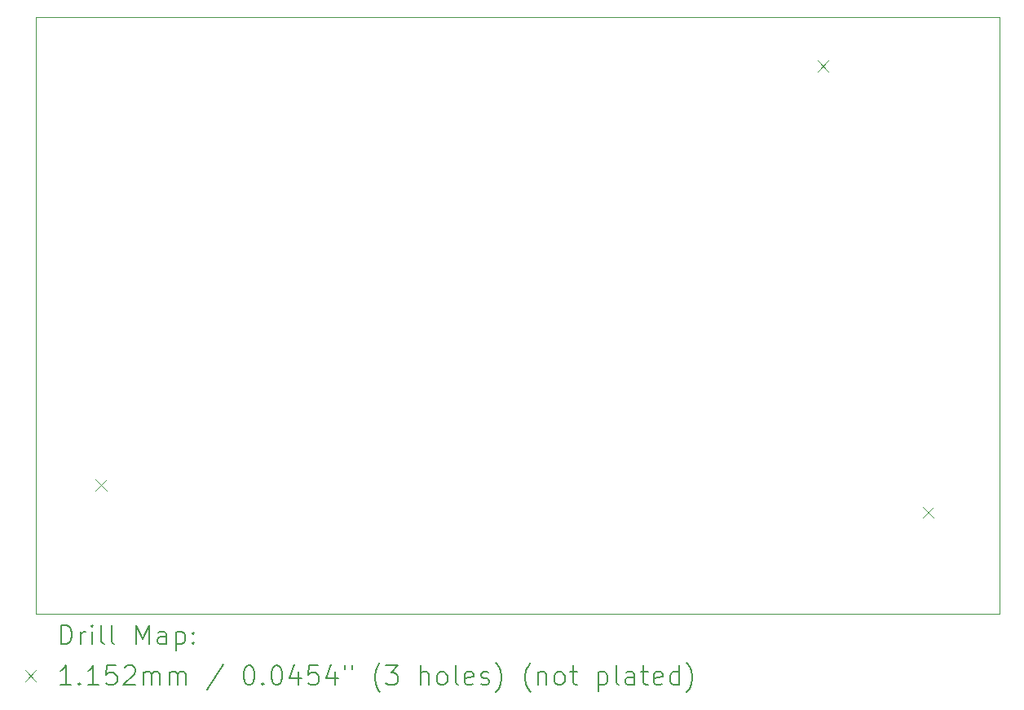
<source format=gbr>
%TF.GenerationSoftware,KiCad,Pcbnew,9.0.3-9.0.3-0~ubuntu24.04.1*%
%TF.CreationDate,2025-08-16T17:29:39+02:00*%
%TF.ProjectId,acoustic-piezodriver-board,61636f75-7374-4696-932d-7069657a6f64,rev?*%
%TF.SameCoordinates,Original*%
%TF.FileFunction,Drillmap*%
%TF.FilePolarity,Positive*%
%FSLAX45Y45*%
G04 Gerber Fmt 4.5, Leading zero omitted, Abs format (unit mm)*
G04 Created by KiCad (PCBNEW 9.0.3-9.0.3-0~ubuntu24.04.1) date 2025-08-16 17:29:39*
%MOMM*%
%LPD*%
G01*
G04 APERTURE LIST*
%ADD10C,0.050000*%
%ADD11C,0.200000*%
%ADD12C,0.115200*%
G04 APERTURE END LIST*
D10*
X4400000Y-8000000D02*
X14400000Y-8000000D01*
X14400000Y-14200000D01*
X4400000Y-14200000D01*
X4400000Y-8000000D01*
D11*
D12*
X5015400Y-12803400D02*
X5130600Y-12918600D01*
X5130600Y-12803400D02*
X5015400Y-12918600D01*
X12512400Y-8450400D02*
X12627600Y-8565600D01*
X12627600Y-8450400D02*
X12512400Y-8565600D01*
X13606400Y-13084400D02*
X13721600Y-13199600D01*
X13721600Y-13084400D02*
X13606400Y-13199600D01*
D11*
X4658277Y-14513984D02*
X4658277Y-14313984D01*
X4658277Y-14313984D02*
X4705896Y-14313984D01*
X4705896Y-14313984D02*
X4734467Y-14323508D01*
X4734467Y-14323508D02*
X4753515Y-14342555D01*
X4753515Y-14342555D02*
X4763039Y-14361603D01*
X4763039Y-14361603D02*
X4772563Y-14399698D01*
X4772563Y-14399698D02*
X4772563Y-14428269D01*
X4772563Y-14428269D02*
X4763039Y-14466365D01*
X4763039Y-14466365D02*
X4753515Y-14485412D01*
X4753515Y-14485412D02*
X4734467Y-14504460D01*
X4734467Y-14504460D02*
X4705896Y-14513984D01*
X4705896Y-14513984D02*
X4658277Y-14513984D01*
X4858277Y-14513984D02*
X4858277Y-14380650D01*
X4858277Y-14418746D02*
X4867801Y-14399698D01*
X4867801Y-14399698D02*
X4877324Y-14390174D01*
X4877324Y-14390174D02*
X4896372Y-14380650D01*
X4896372Y-14380650D02*
X4915420Y-14380650D01*
X4982086Y-14513984D02*
X4982086Y-14380650D01*
X4982086Y-14313984D02*
X4972563Y-14323508D01*
X4972563Y-14323508D02*
X4982086Y-14333031D01*
X4982086Y-14333031D02*
X4991610Y-14323508D01*
X4991610Y-14323508D02*
X4982086Y-14313984D01*
X4982086Y-14313984D02*
X4982086Y-14333031D01*
X5105896Y-14513984D02*
X5086848Y-14504460D01*
X5086848Y-14504460D02*
X5077324Y-14485412D01*
X5077324Y-14485412D02*
X5077324Y-14313984D01*
X5210658Y-14513984D02*
X5191610Y-14504460D01*
X5191610Y-14504460D02*
X5182086Y-14485412D01*
X5182086Y-14485412D02*
X5182086Y-14313984D01*
X5439229Y-14513984D02*
X5439229Y-14313984D01*
X5439229Y-14313984D02*
X5505896Y-14456841D01*
X5505896Y-14456841D02*
X5572563Y-14313984D01*
X5572563Y-14313984D02*
X5572563Y-14513984D01*
X5753515Y-14513984D02*
X5753515Y-14409222D01*
X5753515Y-14409222D02*
X5743991Y-14390174D01*
X5743991Y-14390174D02*
X5724943Y-14380650D01*
X5724943Y-14380650D02*
X5686848Y-14380650D01*
X5686848Y-14380650D02*
X5667801Y-14390174D01*
X5753515Y-14504460D02*
X5734467Y-14513984D01*
X5734467Y-14513984D02*
X5686848Y-14513984D01*
X5686848Y-14513984D02*
X5667801Y-14504460D01*
X5667801Y-14504460D02*
X5658277Y-14485412D01*
X5658277Y-14485412D02*
X5658277Y-14466365D01*
X5658277Y-14466365D02*
X5667801Y-14447317D01*
X5667801Y-14447317D02*
X5686848Y-14437793D01*
X5686848Y-14437793D02*
X5734467Y-14437793D01*
X5734467Y-14437793D02*
X5753515Y-14428269D01*
X5848753Y-14380650D02*
X5848753Y-14580650D01*
X5848753Y-14390174D02*
X5867801Y-14380650D01*
X5867801Y-14380650D02*
X5905896Y-14380650D01*
X5905896Y-14380650D02*
X5924943Y-14390174D01*
X5924943Y-14390174D02*
X5934467Y-14399698D01*
X5934467Y-14399698D02*
X5943991Y-14418746D01*
X5943991Y-14418746D02*
X5943991Y-14475888D01*
X5943991Y-14475888D02*
X5934467Y-14494936D01*
X5934467Y-14494936D02*
X5924943Y-14504460D01*
X5924943Y-14504460D02*
X5905896Y-14513984D01*
X5905896Y-14513984D02*
X5867801Y-14513984D01*
X5867801Y-14513984D02*
X5848753Y-14504460D01*
X6029705Y-14494936D02*
X6039229Y-14504460D01*
X6039229Y-14504460D02*
X6029705Y-14513984D01*
X6029705Y-14513984D02*
X6020182Y-14504460D01*
X6020182Y-14504460D02*
X6029705Y-14494936D01*
X6029705Y-14494936D02*
X6029705Y-14513984D01*
X6029705Y-14390174D02*
X6039229Y-14399698D01*
X6039229Y-14399698D02*
X6029705Y-14409222D01*
X6029705Y-14409222D02*
X6020182Y-14399698D01*
X6020182Y-14399698D02*
X6029705Y-14390174D01*
X6029705Y-14390174D02*
X6029705Y-14409222D01*
D12*
X4282300Y-14784900D02*
X4397500Y-14900100D01*
X4397500Y-14784900D02*
X4282300Y-14900100D01*
D11*
X4763039Y-14933984D02*
X4648753Y-14933984D01*
X4705896Y-14933984D02*
X4705896Y-14733984D01*
X4705896Y-14733984D02*
X4686848Y-14762555D01*
X4686848Y-14762555D02*
X4667801Y-14781603D01*
X4667801Y-14781603D02*
X4648753Y-14791127D01*
X4848753Y-14914936D02*
X4858277Y-14924460D01*
X4858277Y-14924460D02*
X4848753Y-14933984D01*
X4848753Y-14933984D02*
X4839229Y-14924460D01*
X4839229Y-14924460D02*
X4848753Y-14914936D01*
X4848753Y-14914936D02*
X4848753Y-14933984D01*
X5048753Y-14933984D02*
X4934467Y-14933984D01*
X4991610Y-14933984D02*
X4991610Y-14733984D01*
X4991610Y-14733984D02*
X4972563Y-14762555D01*
X4972563Y-14762555D02*
X4953515Y-14781603D01*
X4953515Y-14781603D02*
X4934467Y-14791127D01*
X5229705Y-14733984D02*
X5134467Y-14733984D01*
X5134467Y-14733984D02*
X5124944Y-14829222D01*
X5124944Y-14829222D02*
X5134467Y-14819698D01*
X5134467Y-14819698D02*
X5153515Y-14810174D01*
X5153515Y-14810174D02*
X5201134Y-14810174D01*
X5201134Y-14810174D02*
X5220182Y-14819698D01*
X5220182Y-14819698D02*
X5229705Y-14829222D01*
X5229705Y-14829222D02*
X5239229Y-14848269D01*
X5239229Y-14848269D02*
X5239229Y-14895888D01*
X5239229Y-14895888D02*
X5229705Y-14914936D01*
X5229705Y-14914936D02*
X5220182Y-14924460D01*
X5220182Y-14924460D02*
X5201134Y-14933984D01*
X5201134Y-14933984D02*
X5153515Y-14933984D01*
X5153515Y-14933984D02*
X5134467Y-14924460D01*
X5134467Y-14924460D02*
X5124944Y-14914936D01*
X5315420Y-14753031D02*
X5324944Y-14743508D01*
X5324944Y-14743508D02*
X5343991Y-14733984D01*
X5343991Y-14733984D02*
X5391610Y-14733984D01*
X5391610Y-14733984D02*
X5410658Y-14743508D01*
X5410658Y-14743508D02*
X5420182Y-14753031D01*
X5420182Y-14753031D02*
X5429705Y-14772079D01*
X5429705Y-14772079D02*
X5429705Y-14791127D01*
X5429705Y-14791127D02*
X5420182Y-14819698D01*
X5420182Y-14819698D02*
X5305896Y-14933984D01*
X5305896Y-14933984D02*
X5429705Y-14933984D01*
X5515420Y-14933984D02*
X5515420Y-14800650D01*
X5515420Y-14819698D02*
X5524944Y-14810174D01*
X5524944Y-14810174D02*
X5543991Y-14800650D01*
X5543991Y-14800650D02*
X5572563Y-14800650D01*
X5572563Y-14800650D02*
X5591610Y-14810174D01*
X5591610Y-14810174D02*
X5601134Y-14829222D01*
X5601134Y-14829222D02*
X5601134Y-14933984D01*
X5601134Y-14829222D02*
X5610658Y-14810174D01*
X5610658Y-14810174D02*
X5629705Y-14800650D01*
X5629705Y-14800650D02*
X5658277Y-14800650D01*
X5658277Y-14800650D02*
X5677324Y-14810174D01*
X5677324Y-14810174D02*
X5686848Y-14829222D01*
X5686848Y-14829222D02*
X5686848Y-14933984D01*
X5782086Y-14933984D02*
X5782086Y-14800650D01*
X5782086Y-14819698D02*
X5791610Y-14810174D01*
X5791610Y-14810174D02*
X5810658Y-14800650D01*
X5810658Y-14800650D02*
X5839229Y-14800650D01*
X5839229Y-14800650D02*
X5858277Y-14810174D01*
X5858277Y-14810174D02*
X5867801Y-14829222D01*
X5867801Y-14829222D02*
X5867801Y-14933984D01*
X5867801Y-14829222D02*
X5877324Y-14810174D01*
X5877324Y-14810174D02*
X5896372Y-14800650D01*
X5896372Y-14800650D02*
X5924943Y-14800650D01*
X5924943Y-14800650D02*
X5943991Y-14810174D01*
X5943991Y-14810174D02*
X5953515Y-14829222D01*
X5953515Y-14829222D02*
X5953515Y-14933984D01*
X6343991Y-14724460D02*
X6172563Y-14981603D01*
X6601134Y-14733984D02*
X6620182Y-14733984D01*
X6620182Y-14733984D02*
X6639229Y-14743508D01*
X6639229Y-14743508D02*
X6648753Y-14753031D01*
X6648753Y-14753031D02*
X6658277Y-14772079D01*
X6658277Y-14772079D02*
X6667801Y-14810174D01*
X6667801Y-14810174D02*
X6667801Y-14857793D01*
X6667801Y-14857793D02*
X6658277Y-14895888D01*
X6658277Y-14895888D02*
X6648753Y-14914936D01*
X6648753Y-14914936D02*
X6639229Y-14924460D01*
X6639229Y-14924460D02*
X6620182Y-14933984D01*
X6620182Y-14933984D02*
X6601134Y-14933984D01*
X6601134Y-14933984D02*
X6582086Y-14924460D01*
X6582086Y-14924460D02*
X6572563Y-14914936D01*
X6572563Y-14914936D02*
X6563039Y-14895888D01*
X6563039Y-14895888D02*
X6553515Y-14857793D01*
X6553515Y-14857793D02*
X6553515Y-14810174D01*
X6553515Y-14810174D02*
X6563039Y-14772079D01*
X6563039Y-14772079D02*
X6572563Y-14753031D01*
X6572563Y-14753031D02*
X6582086Y-14743508D01*
X6582086Y-14743508D02*
X6601134Y-14733984D01*
X6753515Y-14914936D02*
X6763039Y-14924460D01*
X6763039Y-14924460D02*
X6753515Y-14933984D01*
X6753515Y-14933984D02*
X6743991Y-14924460D01*
X6743991Y-14924460D02*
X6753515Y-14914936D01*
X6753515Y-14914936D02*
X6753515Y-14933984D01*
X6886848Y-14733984D02*
X6905896Y-14733984D01*
X6905896Y-14733984D02*
X6924944Y-14743508D01*
X6924944Y-14743508D02*
X6934467Y-14753031D01*
X6934467Y-14753031D02*
X6943991Y-14772079D01*
X6943991Y-14772079D02*
X6953515Y-14810174D01*
X6953515Y-14810174D02*
X6953515Y-14857793D01*
X6953515Y-14857793D02*
X6943991Y-14895888D01*
X6943991Y-14895888D02*
X6934467Y-14914936D01*
X6934467Y-14914936D02*
X6924944Y-14924460D01*
X6924944Y-14924460D02*
X6905896Y-14933984D01*
X6905896Y-14933984D02*
X6886848Y-14933984D01*
X6886848Y-14933984D02*
X6867801Y-14924460D01*
X6867801Y-14924460D02*
X6858277Y-14914936D01*
X6858277Y-14914936D02*
X6848753Y-14895888D01*
X6848753Y-14895888D02*
X6839229Y-14857793D01*
X6839229Y-14857793D02*
X6839229Y-14810174D01*
X6839229Y-14810174D02*
X6848753Y-14772079D01*
X6848753Y-14772079D02*
X6858277Y-14753031D01*
X6858277Y-14753031D02*
X6867801Y-14743508D01*
X6867801Y-14743508D02*
X6886848Y-14733984D01*
X7124944Y-14800650D02*
X7124944Y-14933984D01*
X7077325Y-14724460D02*
X7029706Y-14867317D01*
X7029706Y-14867317D02*
X7153515Y-14867317D01*
X7324944Y-14733984D02*
X7229706Y-14733984D01*
X7229706Y-14733984D02*
X7220182Y-14829222D01*
X7220182Y-14829222D02*
X7229706Y-14819698D01*
X7229706Y-14819698D02*
X7248753Y-14810174D01*
X7248753Y-14810174D02*
X7296372Y-14810174D01*
X7296372Y-14810174D02*
X7315420Y-14819698D01*
X7315420Y-14819698D02*
X7324944Y-14829222D01*
X7324944Y-14829222D02*
X7334467Y-14848269D01*
X7334467Y-14848269D02*
X7334467Y-14895888D01*
X7334467Y-14895888D02*
X7324944Y-14914936D01*
X7324944Y-14914936D02*
X7315420Y-14924460D01*
X7315420Y-14924460D02*
X7296372Y-14933984D01*
X7296372Y-14933984D02*
X7248753Y-14933984D01*
X7248753Y-14933984D02*
X7229706Y-14924460D01*
X7229706Y-14924460D02*
X7220182Y-14914936D01*
X7505896Y-14800650D02*
X7505896Y-14933984D01*
X7458277Y-14724460D02*
X7410658Y-14867317D01*
X7410658Y-14867317D02*
X7534467Y-14867317D01*
X7601134Y-14733984D02*
X7601134Y-14772079D01*
X7677325Y-14733984D02*
X7677325Y-14772079D01*
X7972563Y-15010174D02*
X7963039Y-15000650D01*
X7963039Y-15000650D02*
X7943991Y-14972079D01*
X7943991Y-14972079D02*
X7934468Y-14953031D01*
X7934468Y-14953031D02*
X7924944Y-14924460D01*
X7924944Y-14924460D02*
X7915420Y-14876841D01*
X7915420Y-14876841D02*
X7915420Y-14838746D01*
X7915420Y-14838746D02*
X7924944Y-14791127D01*
X7924944Y-14791127D02*
X7934468Y-14762555D01*
X7934468Y-14762555D02*
X7943991Y-14743508D01*
X7943991Y-14743508D02*
X7963039Y-14714936D01*
X7963039Y-14714936D02*
X7972563Y-14705412D01*
X8029706Y-14733984D02*
X8153515Y-14733984D01*
X8153515Y-14733984D02*
X8086848Y-14810174D01*
X8086848Y-14810174D02*
X8115420Y-14810174D01*
X8115420Y-14810174D02*
X8134468Y-14819698D01*
X8134468Y-14819698D02*
X8143991Y-14829222D01*
X8143991Y-14829222D02*
X8153515Y-14848269D01*
X8153515Y-14848269D02*
X8153515Y-14895888D01*
X8153515Y-14895888D02*
X8143991Y-14914936D01*
X8143991Y-14914936D02*
X8134468Y-14924460D01*
X8134468Y-14924460D02*
X8115420Y-14933984D01*
X8115420Y-14933984D02*
X8058277Y-14933984D01*
X8058277Y-14933984D02*
X8039229Y-14924460D01*
X8039229Y-14924460D02*
X8029706Y-14914936D01*
X8391611Y-14933984D02*
X8391611Y-14733984D01*
X8477325Y-14933984D02*
X8477325Y-14829222D01*
X8477325Y-14829222D02*
X8467801Y-14810174D01*
X8467801Y-14810174D02*
X8448753Y-14800650D01*
X8448753Y-14800650D02*
X8420182Y-14800650D01*
X8420182Y-14800650D02*
X8401134Y-14810174D01*
X8401134Y-14810174D02*
X8391611Y-14819698D01*
X8601134Y-14933984D02*
X8582087Y-14924460D01*
X8582087Y-14924460D02*
X8572563Y-14914936D01*
X8572563Y-14914936D02*
X8563039Y-14895888D01*
X8563039Y-14895888D02*
X8563039Y-14838746D01*
X8563039Y-14838746D02*
X8572563Y-14819698D01*
X8572563Y-14819698D02*
X8582087Y-14810174D01*
X8582087Y-14810174D02*
X8601134Y-14800650D01*
X8601134Y-14800650D02*
X8629706Y-14800650D01*
X8629706Y-14800650D02*
X8648753Y-14810174D01*
X8648753Y-14810174D02*
X8658277Y-14819698D01*
X8658277Y-14819698D02*
X8667801Y-14838746D01*
X8667801Y-14838746D02*
X8667801Y-14895888D01*
X8667801Y-14895888D02*
X8658277Y-14914936D01*
X8658277Y-14914936D02*
X8648753Y-14924460D01*
X8648753Y-14924460D02*
X8629706Y-14933984D01*
X8629706Y-14933984D02*
X8601134Y-14933984D01*
X8782087Y-14933984D02*
X8763039Y-14924460D01*
X8763039Y-14924460D02*
X8753515Y-14905412D01*
X8753515Y-14905412D02*
X8753515Y-14733984D01*
X8934468Y-14924460D02*
X8915420Y-14933984D01*
X8915420Y-14933984D02*
X8877325Y-14933984D01*
X8877325Y-14933984D02*
X8858277Y-14924460D01*
X8858277Y-14924460D02*
X8848753Y-14905412D01*
X8848753Y-14905412D02*
X8848753Y-14829222D01*
X8848753Y-14829222D02*
X8858277Y-14810174D01*
X8858277Y-14810174D02*
X8877325Y-14800650D01*
X8877325Y-14800650D02*
X8915420Y-14800650D01*
X8915420Y-14800650D02*
X8934468Y-14810174D01*
X8934468Y-14810174D02*
X8943992Y-14829222D01*
X8943992Y-14829222D02*
X8943992Y-14848269D01*
X8943992Y-14848269D02*
X8848753Y-14867317D01*
X9020182Y-14924460D02*
X9039230Y-14933984D01*
X9039230Y-14933984D02*
X9077325Y-14933984D01*
X9077325Y-14933984D02*
X9096373Y-14924460D01*
X9096373Y-14924460D02*
X9105896Y-14905412D01*
X9105896Y-14905412D02*
X9105896Y-14895888D01*
X9105896Y-14895888D02*
X9096373Y-14876841D01*
X9096373Y-14876841D02*
X9077325Y-14867317D01*
X9077325Y-14867317D02*
X9048753Y-14867317D01*
X9048753Y-14867317D02*
X9029706Y-14857793D01*
X9029706Y-14857793D02*
X9020182Y-14838746D01*
X9020182Y-14838746D02*
X9020182Y-14829222D01*
X9020182Y-14829222D02*
X9029706Y-14810174D01*
X9029706Y-14810174D02*
X9048753Y-14800650D01*
X9048753Y-14800650D02*
X9077325Y-14800650D01*
X9077325Y-14800650D02*
X9096373Y-14810174D01*
X9172563Y-15010174D02*
X9182087Y-15000650D01*
X9182087Y-15000650D02*
X9201134Y-14972079D01*
X9201134Y-14972079D02*
X9210658Y-14953031D01*
X9210658Y-14953031D02*
X9220182Y-14924460D01*
X9220182Y-14924460D02*
X9229706Y-14876841D01*
X9229706Y-14876841D02*
X9229706Y-14838746D01*
X9229706Y-14838746D02*
X9220182Y-14791127D01*
X9220182Y-14791127D02*
X9210658Y-14762555D01*
X9210658Y-14762555D02*
X9201134Y-14743508D01*
X9201134Y-14743508D02*
X9182087Y-14714936D01*
X9182087Y-14714936D02*
X9172563Y-14705412D01*
X9534468Y-15010174D02*
X9524944Y-15000650D01*
X9524944Y-15000650D02*
X9505896Y-14972079D01*
X9505896Y-14972079D02*
X9496373Y-14953031D01*
X9496373Y-14953031D02*
X9486849Y-14924460D01*
X9486849Y-14924460D02*
X9477325Y-14876841D01*
X9477325Y-14876841D02*
X9477325Y-14838746D01*
X9477325Y-14838746D02*
X9486849Y-14791127D01*
X9486849Y-14791127D02*
X9496373Y-14762555D01*
X9496373Y-14762555D02*
X9505896Y-14743508D01*
X9505896Y-14743508D02*
X9524944Y-14714936D01*
X9524944Y-14714936D02*
X9534468Y-14705412D01*
X9610658Y-14800650D02*
X9610658Y-14933984D01*
X9610658Y-14819698D02*
X9620182Y-14810174D01*
X9620182Y-14810174D02*
X9639230Y-14800650D01*
X9639230Y-14800650D02*
X9667801Y-14800650D01*
X9667801Y-14800650D02*
X9686849Y-14810174D01*
X9686849Y-14810174D02*
X9696373Y-14829222D01*
X9696373Y-14829222D02*
X9696373Y-14933984D01*
X9820182Y-14933984D02*
X9801134Y-14924460D01*
X9801134Y-14924460D02*
X9791611Y-14914936D01*
X9791611Y-14914936D02*
X9782087Y-14895888D01*
X9782087Y-14895888D02*
X9782087Y-14838746D01*
X9782087Y-14838746D02*
X9791611Y-14819698D01*
X9791611Y-14819698D02*
X9801134Y-14810174D01*
X9801134Y-14810174D02*
X9820182Y-14800650D01*
X9820182Y-14800650D02*
X9848754Y-14800650D01*
X9848754Y-14800650D02*
X9867801Y-14810174D01*
X9867801Y-14810174D02*
X9877325Y-14819698D01*
X9877325Y-14819698D02*
X9886849Y-14838746D01*
X9886849Y-14838746D02*
X9886849Y-14895888D01*
X9886849Y-14895888D02*
X9877325Y-14914936D01*
X9877325Y-14914936D02*
X9867801Y-14924460D01*
X9867801Y-14924460D02*
X9848754Y-14933984D01*
X9848754Y-14933984D02*
X9820182Y-14933984D01*
X9943992Y-14800650D02*
X10020182Y-14800650D01*
X9972563Y-14733984D02*
X9972563Y-14905412D01*
X9972563Y-14905412D02*
X9982087Y-14924460D01*
X9982087Y-14924460D02*
X10001134Y-14933984D01*
X10001134Y-14933984D02*
X10020182Y-14933984D01*
X10239230Y-14800650D02*
X10239230Y-15000650D01*
X10239230Y-14810174D02*
X10258277Y-14800650D01*
X10258277Y-14800650D02*
X10296373Y-14800650D01*
X10296373Y-14800650D02*
X10315420Y-14810174D01*
X10315420Y-14810174D02*
X10324944Y-14819698D01*
X10324944Y-14819698D02*
X10334468Y-14838746D01*
X10334468Y-14838746D02*
X10334468Y-14895888D01*
X10334468Y-14895888D02*
X10324944Y-14914936D01*
X10324944Y-14914936D02*
X10315420Y-14924460D01*
X10315420Y-14924460D02*
X10296373Y-14933984D01*
X10296373Y-14933984D02*
X10258277Y-14933984D01*
X10258277Y-14933984D02*
X10239230Y-14924460D01*
X10448754Y-14933984D02*
X10429706Y-14924460D01*
X10429706Y-14924460D02*
X10420182Y-14905412D01*
X10420182Y-14905412D02*
X10420182Y-14733984D01*
X10610658Y-14933984D02*
X10610658Y-14829222D01*
X10610658Y-14829222D02*
X10601135Y-14810174D01*
X10601135Y-14810174D02*
X10582087Y-14800650D01*
X10582087Y-14800650D02*
X10543992Y-14800650D01*
X10543992Y-14800650D02*
X10524944Y-14810174D01*
X10610658Y-14924460D02*
X10591611Y-14933984D01*
X10591611Y-14933984D02*
X10543992Y-14933984D01*
X10543992Y-14933984D02*
X10524944Y-14924460D01*
X10524944Y-14924460D02*
X10515420Y-14905412D01*
X10515420Y-14905412D02*
X10515420Y-14886365D01*
X10515420Y-14886365D02*
X10524944Y-14867317D01*
X10524944Y-14867317D02*
X10543992Y-14857793D01*
X10543992Y-14857793D02*
X10591611Y-14857793D01*
X10591611Y-14857793D02*
X10610658Y-14848269D01*
X10677325Y-14800650D02*
X10753515Y-14800650D01*
X10705896Y-14733984D02*
X10705896Y-14905412D01*
X10705896Y-14905412D02*
X10715420Y-14924460D01*
X10715420Y-14924460D02*
X10734468Y-14933984D01*
X10734468Y-14933984D02*
X10753515Y-14933984D01*
X10896373Y-14924460D02*
X10877325Y-14933984D01*
X10877325Y-14933984D02*
X10839230Y-14933984D01*
X10839230Y-14933984D02*
X10820182Y-14924460D01*
X10820182Y-14924460D02*
X10810658Y-14905412D01*
X10810658Y-14905412D02*
X10810658Y-14829222D01*
X10810658Y-14829222D02*
X10820182Y-14810174D01*
X10820182Y-14810174D02*
X10839230Y-14800650D01*
X10839230Y-14800650D02*
X10877325Y-14800650D01*
X10877325Y-14800650D02*
X10896373Y-14810174D01*
X10896373Y-14810174D02*
X10905896Y-14829222D01*
X10905896Y-14829222D02*
X10905896Y-14848269D01*
X10905896Y-14848269D02*
X10810658Y-14867317D01*
X11077325Y-14933984D02*
X11077325Y-14733984D01*
X11077325Y-14924460D02*
X11058277Y-14933984D01*
X11058277Y-14933984D02*
X11020182Y-14933984D01*
X11020182Y-14933984D02*
X11001135Y-14924460D01*
X11001135Y-14924460D02*
X10991611Y-14914936D01*
X10991611Y-14914936D02*
X10982087Y-14895888D01*
X10982087Y-14895888D02*
X10982087Y-14838746D01*
X10982087Y-14838746D02*
X10991611Y-14819698D01*
X10991611Y-14819698D02*
X11001135Y-14810174D01*
X11001135Y-14810174D02*
X11020182Y-14800650D01*
X11020182Y-14800650D02*
X11058277Y-14800650D01*
X11058277Y-14800650D02*
X11077325Y-14810174D01*
X11153516Y-15010174D02*
X11163039Y-15000650D01*
X11163039Y-15000650D02*
X11182087Y-14972079D01*
X11182087Y-14972079D02*
X11191611Y-14953031D01*
X11191611Y-14953031D02*
X11201134Y-14924460D01*
X11201134Y-14924460D02*
X11210658Y-14876841D01*
X11210658Y-14876841D02*
X11210658Y-14838746D01*
X11210658Y-14838746D02*
X11201134Y-14791127D01*
X11201134Y-14791127D02*
X11191611Y-14762555D01*
X11191611Y-14762555D02*
X11182087Y-14743508D01*
X11182087Y-14743508D02*
X11163039Y-14714936D01*
X11163039Y-14714936D02*
X11153516Y-14705412D01*
M02*

</source>
